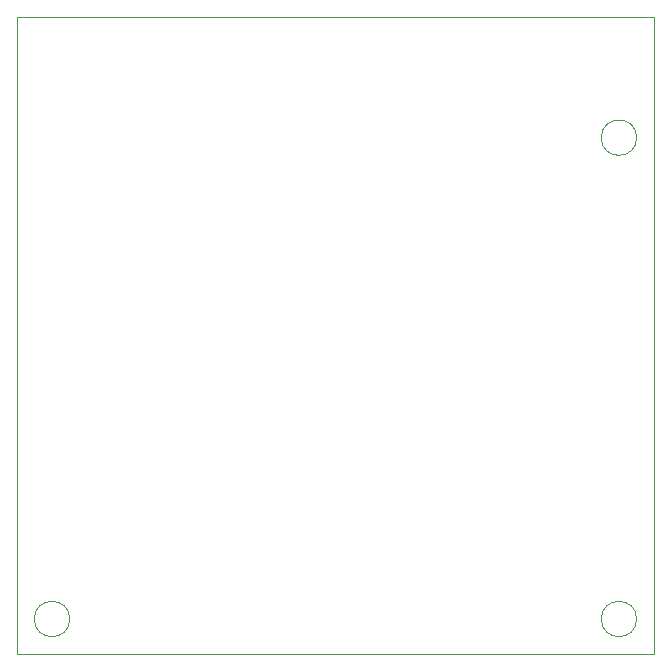
<source format=gbr>
%TF.GenerationSoftware,KiCad,Pcbnew,6.0.7+dfsg-1~bpo11+1*%
%TF.CreationDate,2022-10-12T23:41:27+02:00*%
%TF.ProjectId,rib6out_01,72696236-6f75-4745-9f30-312e6b696361,rev?*%
%TF.SameCoordinates,Original*%
%TF.FileFunction,Profile,NP*%
%FSLAX46Y46*%
G04 Gerber Fmt 4.6, Leading zero omitted, Abs format (unit mm)*
G04 Created by KiCad (PCBNEW 6.0.7+dfsg-1~bpo11+1) date 2022-10-12 23:41:27*
%MOMM*%
%LPD*%
G01*
G04 APERTURE LIST*
%TA.AperFunction,Profile*%
%ADD10C,0.100000*%
%TD*%
G04 APERTURE END LIST*
D10*
X178500000Y-117000000D02*
G75*
G03*
X178500000Y-117000000I-1500000J0D01*
G01*
X130500000Y-117000000D02*
G75*
G03*
X130500000Y-117000000I-1500000J0D01*
G01*
X126000000Y-120000000D02*
X180000000Y-120000000D01*
X180000000Y-120000000D02*
X180000000Y-66000000D01*
X180000000Y-66000000D02*
X126000000Y-66000000D01*
X126000000Y-66000000D02*
X126000000Y-120000000D01*
X178500000Y-76250000D02*
G75*
G03*
X178500000Y-76250000I-1500000J0D01*
G01*
M02*

</source>
